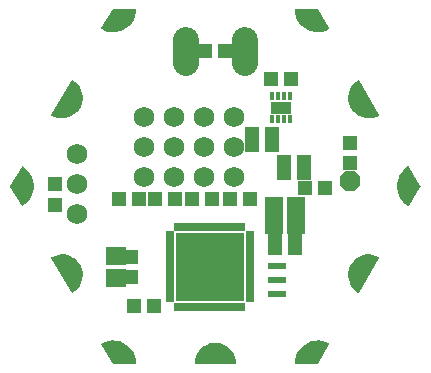
<source format=gbr>
G04 EAGLE Gerber RS-274X export*
G75*
%MOMM*%
%FSLAX34Y34*%
%LPD*%
%INSoldermask Bottom*%
%IPPOS*%
%AMOC8*
5,1,8,0,0,1.08239X$1,22.5*%
G01*
%ADD10R,1.603197X0.603200*%
%ADD11P,1.869504X8X112.500000*%
%ADD12R,1.303200X1.203200*%
%ADD13R,1.203200X1.303200*%
%ADD14R,1.503200X1.703200*%
%ADD15R,1.703200X1.503200*%
%ADD16C,1.727200*%
%ADD17R,0.753200X0.503200*%
%ADD18R,0.503200X0.753200*%
%ADD19R,5.803200X5.803200*%
%ADD20R,0.453200X0.703200*%
%ADD21R,1.803200X1.103200*%
%ADD22C,1.203200*%
%ADD23C,2.184400*%

G36*
X17029Y319D02*
X17029Y319D01*
X17058Y317D01*
X17125Y339D01*
X17195Y353D01*
X17219Y369D01*
X17247Y378D01*
X17300Y425D01*
X17359Y465D01*
X17375Y490D01*
X17397Y509D01*
X17428Y573D01*
X17466Y633D01*
X17471Y662D01*
X17483Y688D01*
X17492Y787D01*
X17499Y829D01*
X17496Y840D01*
X17498Y854D01*
X17266Y3652D01*
X17256Y3685D01*
X17252Y3733D01*
X16563Y6455D01*
X16548Y6486D01*
X16536Y6533D01*
X15408Y9104D01*
X15388Y9132D01*
X15369Y9177D01*
X13833Y11527D01*
X13809Y11552D01*
X13783Y11592D01*
X11881Y13658D01*
X11853Y13678D01*
X11820Y13714D01*
X9605Y15438D01*
X9574Y15454D01*
X9536Y15483D01*
X7066Y16820D01*
X7033Y16830D01*
X6991Y16853D01*
X5805Y17260D01*
X4351Y17759D01*
X4335Y17765D01*
X4301Y17769D01*
X4255Y17785D01*
X1486Y18247D01*
X1451Y18246D01*
X1404Y18254D01*
X-1404Y18254D01*
X-1438Y18247D01*
X-1486Y18247D01*
X-4255Y17785D01*
X-4288Y17772D01*
X-4335Y17765D01*
X-6991Y16853D01*
X-7021Y16835D01*
X-7066Y16820D01*
X-9536Y15483D01*
X-9562Y15461D01*
X-9605Y15438D01*
X-11820Y13714D01*
X-11843Y13687D01*
X-11881Y13658D01*
X-13783Y11592D01*
X-13801Y11563D01*
X-13833Y11527D01*
X-15369Y9177D01*
X-15382Y9144D01*
X-15408Y9104D01*
X-16536Y6533D01*
X-16543Y6499D01*
X-16546Y6493D01*
X-16552Y6484D01*
X-16553Y6478D01*
X-16563Y6455D01*
X-17252Y3733D01*
X-17254Y3698D01*
X-17266Y3652D01*
X-17498Y854D01*
X-17494Y825D01*
X-17499Y796D01*
X-17483Y727D01*
X-17474Y656D01*
X-17460Y631D01*
X-17453Y603D01*
X-17411Y545D01*
X-17376Y484D01*
X-17352Y466D01*
X-17335Y442D01*
X-17274Y406D01*
X-17217Y363D01*
X-17189Y356D01*
X-17164Y341D01*
X-17066Y324D01*
X-17025Y314D01*
X-17014Y316D01*
X-17000Y313D01*
X17000Y313D01*
X17029Y319D01*
G37*
G36*
X-121393Y60622D02*
X-121393Y60622D01*
X-121322Y60619D01*
X-121295Y60630D01*
X-121266Y60632D01*
X-121176Y60674D01*
X-121136Y60689D01*
X-121128Y60697D01*
X-121115Y60702D01*
X-118812Y62302D01*
X-118788Y62327D01*
X-118748Y62354D01*
X-116739Y64311D01*
X-116720Y64340D01*
X-116685Y64374D01*
X-115026Y66634D01*
X-115011Y66666D01*
X-114982Y66705D01*
X-113718Y69208D01*
X-113709Y69241D01*
X-113687Y69284D01*
X-112851Y71961D01*
X-112848Y71996D01*
X-112833Y72042D01*
X-112450Y74820D01*
X-112452Y74855D01*
X-112446Y74902D01*
X-112525Y77706D01*
X-112533Y77740D01*
X-112534Y77788D01*
X-113073Y80540D01*
X-113087Y80572D01*
X-113096Y80619D01*
X-114081Y83245D01*
X-114096Y83270D01*
X-114101Y83289D01*
X-114109Y83300D01*
X-114116Y83319D01*
X-115520Y85747D01*
X-115543Y85773D01*
X-115567Y85815D01*
X-117351Y87979D01*
X-117378Y88000D01*
X-117409Y88038D01*
X-119525Y89878D01*
X-119555Y89895D01*
X-119591Y89927D01*
X-121982Y91394D01*
X-122014Y91406D01*
X-122055Y91431D01*
X-124654Y92485D01*
X-124688Y92491D01*
X-124733Y92509D01*
X-127470Y93121D01*
X-127505Y93122D01*
X-127552Y93132D01*
X-130352Y93285D01*
X-130386Y93280D01*
X-130434Y93283D01*
X-133222Y92972D01*
X-133255Y92962D01*
X-133303Y92956D01*
X-136001Y92191D01*
X-136031Y92176D01*
X-136078Y92162D01*
X-138613Y90964D01*
X-138637Y90946D01*
X-138664Y90936D01*
X-138716Y90887D01*
X-138773Y90845D01*
X-138787Y90820D01*
X-138809Y90800D01*
X-138837Y90734D01*
X-138873Y90673D01*
X-138876Y90644D01*
X-138888Y90617D01*
X-138889Y90546D01*
X-138898Y90476D01*
X-138890Y90448D01*
X-138890Y90418D01*
X-138856Y90326D01*
X-138844Y90284D01*
X-138837Y90276D01*
X-138832Y90263D01*
X-121832Y60863D01*
X-121813Y60841D01*
X-121800Y60814D01*
X-121747Y60767D01*
X-121700Y60714D01*
X-121674Y60701D01*
X-121652Y60682D01*
X-121585Y60659D01*
X-121521Y60628D01*
X-121492Y60627D01*
X-121464Y60617D01*
X-121393Y60622D01*
G37*
G36*
X130386Y208345D02*
X130386Y208345D01*
X130434Y208343D01*
X133222Y208653D01*
X133255Y208663D01*
X133303Y208669D01*
X136001Y209434D01*
X136031Y209450D01*
X136078Y209463D01*
X138613Y210661D01*
X138637Y210679D01*
X138664Y210689D01*
X138716Y210738D01*
X138773Y210780D01*
X138787Y210805D01*
X138809Y210825D01*
X138837Y210891D01*
X138873Y210952D01*
X138876Y210981D01*
X138888Y211008D01*
X138889Y211079D01*
X138898Y211149D01*
X138890Y211177D01*
X138890Y211207D01*
X138856Y211299D01*
X138844Y211341D01*
X138837Y211350D01*
X138832Y211362D01*
X121832Y240762D01*
X121813Y240784D01*
X121800Y240811D01*
X121747Y240858D01*
X121700Y240911D01*
X121674Y240924D01*
X121652Y240943D01*
X121585Y240966D01*
X121521Y240997D01*
X121492Y240998D01*
X121464Y241008D01*
X121393Y241003D01*
X121322Y241006D01*
X121295Y240995D01*
X121266Y240993D01*
X121176Y240951D01*
X121136Y240936D01*
X121128Y240929D01*
X121115Y240923D01*
X118812Y239323D01*
X118788Y239298D01*
X118748Y239271D01*
X116739Y237314D01*
X116720Y237285D01*
X116685Y237251D01*
X115026Y234991D01*
X115011Y234959D01*
X114982Y234920D01*
X113718Y232417D01*
X113709Y232384D01*
X113687Y232341D01*
X112851Y229664D01*
X112848Y229629D01*
X112833Y229583D01*
X112450Y226805D01*
X112452Y226770D01*
X112446Y226723D01*
X112525Y223919D01*
X112533Y223885D01*
X112534Y223837D01*
X113073Y221085D01*
X113087Y221053D01*
X113096Y221006D01*
X114081Y218380D01*
X114099Y218351D01*
X114116Y218306D01*
X115520Y215878D01*
X115543Y215852D01*
X115567Y215810D01*
X117351Y213646D01*
X117378Y213625D01*
X117409Y213587D01*
X119525Y211747D01*
X119555Y211730D01*
X119591Y211698D01*
X121982Y210231D01*
X122014Y210219D01*
X122055Y210194D01*
X124654Y209140D01*
X124688Y209134D01*
X124733Y209116D01*
X127470Y208504D01*
X127505Y208503D01*
X127552Y208493D01*
X130352Y208340D01*
X130386Y208345D01*
G37*
G36*
X121426Y60623D02*
X121426Y60623D01*
X121497Y60623D01*
X121524Y60634D01*
X121553Y60637D01*
X121615Y60672D01*
X121680Y60699D01*
X121701Y60720D01*
X121726Y60734D01*
X121789Y60811D01*
X121819Y60841D01*
X121823Y60852D01*
X121832Y60863D01*
X138832Y90263D01*
X138841Y90290D01*
X138858Y90314D01*
X138873Y90384D01*
X138895Y90451D01*
X138893Y90480D01*
X138899Y90509D01*
X138886Y90579D01*
X138880Y90649D01*
X138867Y90675D01*
X138861Y90704D01*
X138821Y90763D01*
X138789Y90826D01*
X138766Y90845D01*
X138750Y90869D01*
X138668Y90926D01*
X138635Y90953D01*
X138625Y90956D01*
X138613Y90964D01*
X136078Y92162D01*
X136044Y92171D01*
X136001Y92191D01*
X133303Y92956D01*
X133268Y92959D01*
X133222Y92972D01*
X130434Y93283D01*
X130400Y93279D01*
X130352Y93285D01*
X127552Y93132D01*
X127518Y93123D01*
X127470Y93121D01*
X124733Y92509D01*
X124701Y92495D01*
X124654Y92485D01*
X122055Y91431D01*
X122026Y91412D01*
X121982Y91394D01*
X119591Y89927D01*
X119566Y89903D01*
X119525Y89878D01*
X117409Y88038D01*
X117388Y88010D01*
X117351Y87979D01*
X115567Y85815D01*
X115551Y85784D01*
X115520Y85747D01*
X114116Y83319D01*
X114105Y83287D01*
X114098Y83274D01*
X114088Y83259D01*
X114088Y83257D01*
X114081Y83245D01*
X113096Y80619D01*
X113090Y80585D01*
X113073Y80540D01*
X112534Y77788D01*
X112534Y77753D01*
X112525Y77706D01*
X112446Y74902D01*
X112452Y74868D01*
X112450Y74820D01*
X112833Y72042D01*
X112845Y72009D01*
X112851Y71961D01*
X113687Y69284D01*
X113704Y69254D01*
X113718Y69208D01*
X114982Y66705D01*
X115004Y66677D01*
X115026Y66634D01*
X116685Y64374D01*
X116711Y64350D01*
X116739Y64311D01*
X118748Y62354D01*
X118777Y62336D01*
X118812Y62302D01*
X121115Y60702D01*
X121142Y60691D01*
X121165Y60672D01*
X121233Y60652D01*
X121298Y60624D01*
X121327Y60624D01*
X121355Y60615D01*
X121426Y60623D01*
G37*
G36*
X-127552Y208493D02*
X-127552Y208493D01*
X-127518Y208502D01*
X-127470Y208504D01*
X-124733Y209116D01*
X-124701Y209130D01*
X-124654Y209140D01*
X-122055Y210194D01*
X-122026Y210213D01*
X-121982Y210231D01*
X-119591Y211698D01*
X-119566Y211722D01*
X-119525Y211747D01*
X-117409Y213587D01*
X-117388Y213615D01*
X-117351Y213646D01*
X-115567Y215810D01*
X-115551Y215841D01*
X-115520Y215878D01*
X-114116Y218306D01*
X-114105Y218338D01*
X-114081Y218380D01*
X-113096Y221006D01*
X-113090Y221040D01*
X-113073Y221085D01*
X-112534Y223837D01*
X-112534Y223872D01*
X-112525Y223919D01*
X-112446Y226723D01*
X-112452Y226757D01*
X-112450Y226805D01*
X-112833Y229583D01*
X-112845Y229616D01*
X-112851Y229664D01*
X-113687Y232341D01*
X-113704Y232371D01*
X-113718Y232417D01*
X-114982Y234920D01*
X-115004Y234948D01*
X-115026Y234991D01*
X-116685Y237251D01*
X-116711Y237275D01*
X-116739Y237314D01*
X-118748Y239271D01*
X-118777Y239289D01*
X-118812Y239323D01*
X-121115Y240923D01*
X-121142Y240934D01*
X-121165Y240953D01*
X-121233Y240973D01*
X-121298Y241001D01*
X-121327Y241001D01*
X-121355Y241010D01*
X-121426Y241002D01*
X-121497Y241002D01*
X-121524Y240991D01*
X-121553Y240988D01*
X-121615Y240953D01*
X-121680Y240926D01*
X-121701Y240905D01*
X-121726Y240891D01*
X-121789Y240814D01*
X-121819Y240784D01*
X-121823Y240773D01*
X-121832Y240762D01*
X-138832Y211362D01*
X-138841Y211335D01*
X-138858Y211311D01*
X-138873Y211241D01*
X-138895Y211174D01*
X-138893Y211145D01*
X-138899Y211116D01*
X-138886Y211046D01*
X-138880Y210976D01*
X-138867Y210950D01*
X-138861Y210921D01*
X-138821Y210862D01*
X-138789Y210799D01*
X-138766Y210780D01*
X-138750Y210756D01*
X-138668Y210699D01*
X-138635Y210672D01*
X-138625Y210669D01*
X-138613Y210661D01*
X-136078Y209463D01*
X-136044Y209454D01*
X-136001Y209434D01*
X-133303Y208669D01*
X-133268Y208666D01*
X-133222Y208653D01*
X-130434Y208343D01*
X-130400Y208346D01*
X-130352Y208340D01*
X-127552Y208493D01*
G37*
G36*
X163727Y133823D02*
X163727Y133823D01*
X163798Y133823D01*
X163825Y133834D01*
X163854Y133837D01*
X163916Y133873D01*
X163981Y133900D01*
X164002Y133921D01*
X164027Y133935D01*
X164090Y134012D01*
X164120Y134043D01*
X164124Y134053D01*
X164133Y134063D01*
X173633Y150563D01*
X173643Y150595D01*
X173652Y150608D01*
X173656Y150633D01*
X173657Y150636D01*
X173688Y150707D01*
X173688Y150730D01*
X173696Y150752D01*
X173690Y150829D01*
X173691Y150906D01*
X173681Y150930D01*
X173680Y150950D01*
X173659Y150990D01*
X173633Y151062D01*
X164133Y167562D01*
X164114Y167583D01*
X164101Y167610D01*
X164048Y167657D01*
X164001Y167711D01*
X163975Y167723D01*
X163954Y167743D01*
X163886Y167766D01*
X163822Y167797D01*
X163793Y167798D01*
X163766Y167807D01*
X163694Y167803D01*
X163623Y167806D01*
X163596Y167796D01*
X163567Y167794D01*
X163477Y167751D01*
X163437Y167737D01*
X163429Y167729D01*
X163416Y167723D01*
X160893Y165982D01*
X160869Y165957D01*
X160831Y165931D01*
X158619Y163807D01*
X158600Y163779D01*
X158566Y163747D01*
X156724Y161295D01*
X156710Y161265D01*
X156681Y161227D01*
X155256Y158512D01*
X155247Y158481D01*
X155231Y158456D01*
X155230Y158448D01*
X155225Y158439D01*
X154254Y155530D01*
X154250Y155496D01*
X154235Y155452D01*
X153743Y152426D01*
X153744Y152392D01*
X153736Y152346D01*
X153736Y149279D01*
X153737Y149276D01*
X153737Y149273D01*
X153743Y149247D01*
X153743Y149246D01*
X153743Y149199D01*
X154235Y146173D01*
X154247Y146141D01*
X154254Y146095D01*
X155225Y143186D01*
X155242Y143157D01*
X155256Y143113D01*
X156681Y140398D01*
X156703Y140371D01*
X156724Y140330D01*
X158566Y137878D01*
X158591Y137856D01*
X158619Y137818D01*
X160831Y135694D01*
X160859Y135676D01*
X160893Y135643D01*
X163416Y133902D01*
X163443Y133890D01*
X163465Y133872D01*
X163534Y133852D01*
X163599Y133824D01*
X163628Y133823D01*
X163656Y133815D01*
X163727Y133823D01*
G37*
G36*
X-163694Y133822D02*
X-163694Y133822D01*
X-163623Y133819D01*
X-163596Y133829D01*
X-163567Y133831D01*
X-163477Y133874D01*
X-163437Y133888D01*
X-163429Y133896D01*
X-163416Y133902D01*
X-160893Y135643D01*
X-160869Y135668D01*
X-160831Y135694D01*
X-158619Y137818D01*
X-158600Y137846D01*
X-158566Y137878D01*
X-156724Y140330D01*
X-156710Y140360D01*
X-156681Y140398D01*
X-155256Y143113D01*
X-155247Y143145D01*
X-155225Y143186D01*
X-154254Y146095D01*
X-154250Y146129D01*
X-154235Y146173D01*
X-153743Y149199D01*
X-153744Y149233D01*
X-153736Y149279D01*
X-153736Y152346D01*
X-153743Y152379D01*
X-153743Y152426D01*
X-154235Y155452D01*
X-154247Y155484D01*
X-154254Y155530D01*
X-155225Y158439D01*
X-155238Y158462D01*
X-155244Y158486D01*
X-155251Y158495D01*
X-155256Y158512D01*
X-156681Y161227D01*
X-156703Y161254D01*
X-156724Y161295D01*
X-158566Y163747D01*
X-158591Y163769D01*
X-158619Y163807D01*
X-160831Y165931D01*
X-160859Y165949D01*
X-160893Y165982D01*
X-163416Y167723D01*
X-163443Y167735D01*
X-163465Y167753D01*
X-163534Y167774D01*
X-163599Y167801D01*
X-163628Y167802D01*
X-163656Y167810D01*
X-163727Y167802D01*
X-163798Y167802D01*
X-163825Y167791D01*
X-163854Y167788D01*
X-163916Y167753D01*
X-163981Y167725D01*
X-164002Y167704D01*
X-164027Y167690D01*
X-164090Y167613D01*
X-164120Y167582D01*
X-164124Y167572D01*
X-164133Y167562D01*
X-173633Y151062D01*
X-173657Y150989D01*
X-173688Y150918D01*
X-173688Y150895D01*
X-173696Y150873D01*
X-173690Y150796D01*
X-173691Y150719D01*
X-173681Y150695D01*
X-173680Y150675D01*
X-173659Y150635D01*
X-173640Y150583D01*
X-173639Y150578D01*
X-173637Y150576D01*
X-173633Y150563D01*
X-164133Y134063D01*
X-164114Y134042D01*
X-164101Y134015D01*
X-164048Y133968D01*
X-164001Y133914D01*
X-163975Y133902D01*
X-163954Y133882D01*
X-163886Y133859D01*
X-163822Y133828D01*
X-163793Y133827D01*
X-163766Y133818D01*
X-163694Y133822D01*
G37*
G36*
X86676Y329D02*
X86676Y329D01*
X86754Y337D01*
X86773Y348D01*
X86795Y353D01*
X86859Y397D01*
X86927Y435D01*
X86943Y454D01*
X86959Y465D01*
X86983Y503D01*
X87033Y563D01*
X96533Y17063D01*
X96542Y17091D01*
X96558Y17114D01*
X96573Y17184D01*
X96596Y17252D01*
X96593Y17281D01*
X96599Y17309D01*
X96586Y17379D01*
X96580Y17450D01*
X96567Y17476D01*
X96561Y17504D01*
X96521Y17563D01*
X96488Y17627D01*
X96466Y17645D01*
X96450Y17669D01*
X96367Y17726D01*
X96335Y17753D01*
X96324Y17756D01*
X96314Y17764D01*
X93548Y19072D01*
X93515Y19080D01*
X93472Y19101D01*
X90532Y19948D01*
X90498Y19951D01*
X90454Y19964D01*
X87416Y20330D01*
X87382Y20327D01*
X87335Y20333D01*
X84278Y20206D01*
X84245Y20198D01*
X84198Y20196D01*
X81201Y19580D01*
X81170Y19567D01*
X81124Y19558D01*
X78264Y18470D01*
X78236Y18451D01*
X78192Y18435D01*
X75544Y16902D01*
X75518Y16879D01*
X75478Y16856D01*
X73110Y14918D01*
X73088Y14892D01*
X73052Y14862D01*
X71025Y12570D01*
X71009Y12540D01*
X70977Y12505D01*
X69345Y9917D01*
X69333Y9886D01*
X69308Y9846D01*
X68112Y7030D01*
X68105Y6996D01*
X68102Y6990D01*
X68098Y6983D01*
X68097Y6978D01*
X68086Y6953D01*
X67358Y3982D01*
X67356Y3948D01*
X67345Y3902D01*
X67102Y852D01*
X67106Y824D01*
X67101Y796D01*
X67118Y726D01*
X67126Y655D01*
X67141Y630D01*
X67147Y603D01*
X67190Y545D01*
X67226Y482D01*
X67248Y465D01*
X67265Y442D01*
X67327Y406D01*
X67384Y362D01*
X67412Y355D01*
X67436Y341D01*
X67536Y324D01*
X67577Y314D01*
X67587Y315D01*
X67600Y313D01*
X86600Y313D01*
X86676Y329D01*
G37*
G36*
X87369Y281298D02*
X87369Y281298D01*
X87416Y281295D01*
X90454Y281661D01*
X90486Y281671D01*
X90532Y281677D01*
X93472Y282524D01*
X93502Y282540D01*
X93548Y282553D01*
X96314Y283861D01*
X96336Y283878D01*
X96363Y283888D01*
X96415Y283937D01*
X96473Y283980D01*
X96487Y284005D01*
X96508Y284025D01*
X96537Y284090D01*
X96573Y284152D01*
X96576Y284181D01*
X96588Y284207D01*
X96589Y284279D01*
X96598Y284349D01*
X96590Y284377D01*
X96591Y284406D01*
X96555Y284500D01*
X96544Y284541D01*
X96537Y284549D01*
X96533Y284562D01*
X87033Y301062D01*
X86981Y301120D01*
X86935Y301183D01*
X86916Y301194D01*
X86901Y301211D01*
X86831Y301244D01*
X86764Y301284D01*
X86740Y301288D01*
X86722Y301297D01*
X86677Y301299D01*
X86600Y301312D01*
X67600Y301312D01*
X67572Y301306D01*
X67544Y301309D01*
X67476Y301286D01*
X67405Y301272D01*
X67382Y301256D01*
X67355Y301247D01*
X67300Y301200D01*
X67241Y301160D01*
X67226Y301136D01*
X67205Y301117D01*
X67173Y301053D01*
X67134Y300992D01*
X67129Y300964D01*
X67117Y300939D01*
X67108Y300837D01*
X67101Y300796D01*
X67103Y300786D01*
X67102Y300773D01*
X67345Y297723D01*
X67354Y297690D01*
X67358Y297643D01*
X68086Y294672D01*
X68101Y294641D01*
X68112Y294595D01*
X69308Y291779D01*
X69327Y291751D01*
X69345Y291708D01*
X70977Y289120D01*
X71001Y289095D01*
X71025Y289055D01*
X73052Y286763D01*
X73079Y286742D01*
X73110Y286707D01*
X75478Y284769D01*
X75508Y284753D01*
X75544Y284723D01*
X78192Y283190D01*
X78224Y283179D01*
X78264Y283155D01*
X81124Y282067D01*
X81157Y282061D01*
X81201Y282045D01*
X84198Y281429D01*
X84232Y281429D01*
X84278Y281419D01*
X87335Y281292D01*
X87369Y281298D01*
G37*
G36*
X-67572Y319D02*
X-67572Y319D01*
X-67544Y316D01*
X-67476Y339D01*
X-67405Y353D01*
X-67382Y369D01*
X-67355Y378D01*
X-67300Y425D01*
X-67241Y465D01*
X-67226Y489D01*
X-67205Y508D01*
X-67173Y572D01*
X-67134Y633D01*
X-67129Y661D01*
X-67117Y686D01*
X-67108Y788D01*
X-67101Y829D01*
X-67103Y839D01*
X-67102Y852D01*
X-67345Y3902D01*
X-67354Y3935D01*
X-67358Y3982D01*
X-68086Y6953D01*
X-68101Y6984D01*
X-68112Y7030D01*
X-69308Y9846D01*
X-69327Y9874D01*
X-69345Y9917D01*
X-70977Y12505D01*
X-71001Y12530D01*
X-71025Y12570D01*
X-73052Y14862D01*
X-73079Y14883D01*
X-73110Y14918D01*
X-75478Y16856D01*
X-75508Y16872D01*
X-75544Y16902D01*
X-78192Y18435D01*
X-78224Y18446D01*
X-78264Y18470D01*
X-81124Y19558D01*
X-81157Y19564D01*
X-81201Y19580D01*
X-84198Y20196D01*
X-84232Y20196D01*
X-84278Y20206D01*
X-87335Y20333D01*
X-87369Y20327D01*
X-87416Y20330D01*
X-90454Y19964D01*
X-90486Y19954D01*
X-90532Y19948D01*
X-93472Y19101D01*
X-93502Y19085D01*
X-93548Y19072D01*
X-96314Y17764D01*
X-96336Y17747D01*
X-96363Y17737D01*
X-96415Y17688D01*
X-96473Y17645D01*
X-96487Y17620D01*
X-96508Y17600D01*
X-96537Y17535D01*
X-96573Y17473D01*
X-96576Y17445D01*
X-96588Y17418D01*
X-96589Y17346D01*
X-96598Y17276D01*
X-96590Y17248D01*
X-96591Y17219D01*
X-96555Y17125D01*
X-96544Y17084D01*
X-96537Y17076D01*
X-96533Y17063D01*
X-87033Y563D01*
X-86981Y505D01*
X-86935Y442D01*
X-86916Y431D01*
X-86901Y414D01*
X-86831Y381D01*
X-86764Y341D01*
X-86740Y337D01*
X-86722Y328D01*
X-86677Y326D01*
X-86600Y313D01*
X-67600Y313D01*
X-67572Y319D01*
G37*
G36*
X-84278Y281419D02*
X-84278Y281419D01*
X-84245Y281427D01*
X-84198Y281429D01*
X-81201Y282045D01*
X-81170Y282058D01*
X-81124Y282067D01*
X-78264Y283155D01*
X-78236Y283174D01*
X-78192Y283190D01*
X-75544Y284723D01*
X-75518Y284746D01*
X-75478Y284769D01*
X-73110Y286707D01*
X-73088Y286733D01*
X-73052Y286763D01*
X-71025Y289055D01*
X-71009Y289085D01*
X-70977Y289120D01*
X-69345Y291708D01*
X-69333Y291740D01*
X-69308Y291779D01*
X-68112Y294595D01*
X-68105Y294629D01*
X-68086Y294672D01*
X-67358Y297643D01*
X-67356Y297677D01*
X-67345Y297723D01*
X-67102Y300773D01*
X-67106Y300801D01*
X-67101Y300829D01*
X-67118Y300899D01*
X-67126Y300970D01*
X-67141Y300995D01*
X-67147Y301022D01*
X-67190Y301080D01*
X-67226Y301143D01*
X-67248Y301160D01*
X-67265Y301183D01*
X-67327Y301219D01*
X-67384Y301263D01*
X-67412Y301270D01*
X-67436Y301284D01*
X-67536Y301301D01*
X-67577Y301311D01*
X-67587Y301310D01*
X-67600Y301312D01*
X-86600Y301312D01*
X-86676Y301296D01*
X-86754Y301288D01*
X-86773Y301277D01*
X-86795Y301272D01*
X-86859Y301228D01*
X-86927Y301190D01*
X-86943Y301171D01*
X-86959Y301160D01*
X-86983Y301122D01*
X-87033Y301062D01*
X-96533Y284562D01*
X-96542Y284534D01*
X-96558Y284511D01*
X-96573Y284441D01*
X-96596Y284373D01*
X-96593Y284345D01*
X-96599Y284316D01*
X-96586Y284246D01*
X-96580Y284175D01*
X-96567Y284149D01*
X-96561Y284121D01*
X-96521Y284062D01*
X-96488Y283998D01*
X-96466Y283980D01*
X-96450Y283956D01*
X-96367Y283899D01*
X-96335Y283872D01*
X-96324Y283869D01*
X-96314Y283861D01*
X-93548Y282553D01*
X-93515Y282545D01*
X-93472Y282524D01*
X-90532Y281677D01*
X-90498Y281674D01*
X-90454Y281661D01*
X-87416Y281295D01*
X-87382Y281298D01*
X-87335Y281292D01*
X-84278Y281419D01*
G37*
D10*
X52388Y59438D03*
X52388Y71438D03*
X52388Y83437D03*
D11*
X114300Y155575D03*
D12*
X-135500Y135400D03*
X-135500Y152400D03*
D13*
X-51825Y49213D03*
X-68825Y49213D03*
X75638Y149225D03*
X92638Y149225D03*
D12*
X50238Y98425D03*
X67238Y98425D03*
X50238Y107950D03*
X67238Y107950D03*
D13*
X-71438Y91050D03*
X-71438Y74050D03*
D14*
X49238Y119063D03*
X68238Y119063D03*
X49238Y133350D03*
X68238Y133350D03*
D15*
X-84138Y92050D03*
X-84138Y73050D03*
D16*
X-117475Y177800D03*
X-117475Y152400D03*
X-117475Y127000D03*
D17*
X29038Y110057D03*
X29038Y105056D03*
X29038Y100054D03*
X29038Y95053D03*
X29038Y90052D03*
X29038Y85051D03*
X29038Y80049D03*
X29038Y75048D03*
X29038Y70047D03*
X29038Y65046D03*
X29038Y60044D03*
X29038Y55043D03*
D18*
X22745Y48750D03*
X17744Y48750D03*
X12742Y48750D03*
X7741Y48750D03*
X2740Y48750D03*
X-2262Y48750D03*
X-7264Y48750D03*
X-12265Y48750D03*
X-17266Y48750D03*
X-22267Y48750D03*
X-27269Y48750D03*
X-32270Y48750D03*
D17*
X-38563Y55043D03*
X-38563Y60044D03*
X-38563Y65046D03*
X-38563Y70047D03*
X-38563Y75048D03*
X-38563Y80049D03*
X-38563Y85051D03*
X-38563Y90052D03*
X-38563Y95053D03*
X-38563Y100054D03*
X-38563Y105056D03*
X-38563Y110057D03*
D18*
X-32270Y116350D03*
X-27269Y116350D03*
X-22267Y116350D03*
X-17266Y116350D03*
X-12265Y116350D03*
X-7264Y116350D03*
X-2262Y116350D03*
X2740Y116350D03*
X7741Y116350D03*
X12742Y116350D03*
X17744Y116350D03*
X22745Y116350D03*
D19*
X-4763Y82550D03*
D20*
X48063Y226988D03*
X53063Y226988D03*
X58063Y226988D03*
X63063Y226988D03*
X63063Y207988D03*
X58063Y207988D03*
X53063Y207988D03*
X48063Y207988D03*
D21*
X55563Y217488D03*
D12*
X48188Y195263D03*
X31188Y195263D03*
X48188Y185738D03*
X31188Y185738D03*
X58175Y171450D03*
X75175Y171450D03*
X58175Y161925D03*
X75175Y161925D03*
X64063Y241300D03*
X47063Y241300D03*
X8500Y265113D03*
X-8500Y265113D03*
D13*
X-81525Y139700D03*
X-64525Y139700D03*
X-51363Y139700D03*
X-34363Y139700D03*
X-19613Y139700D03*
X-2613Y139700D03*
X29138Y139700D03*
X12138Y139700D03*
D22*
X82600Y293913D03*
X165200Y150813D03*
X82600Y7713D03*
X-82600Y7713D03*
X-165200Y150813D03*
X-82600Y293913D03*
X123900Y222313D03*
X123900Y79313D03*
X0Y7713D03*
X-123900Y79313D03*
X-123900Y222313D03*
D23*
X25146Y255207D02*
X25146Y275019D01*
X-25146Y275019D02*
X-25146Y255207D01*
D13*
X114300Y170888D03*
X114300Y187888D03*
D16*
X-60325Y158750D03*
X-34925Y158750D03*
X-9525Y158750D03*
X15875Y158750D03*
X15875Y209550D03*
X15875Y184150D03*
X-9525Y209550D03*
X-9525Y184150D03*
X-34925Y209550D03*
X-34925Y184150D03*
X-60325Y209550D03*
X-60325Y184150D03*
M02*

</source>
